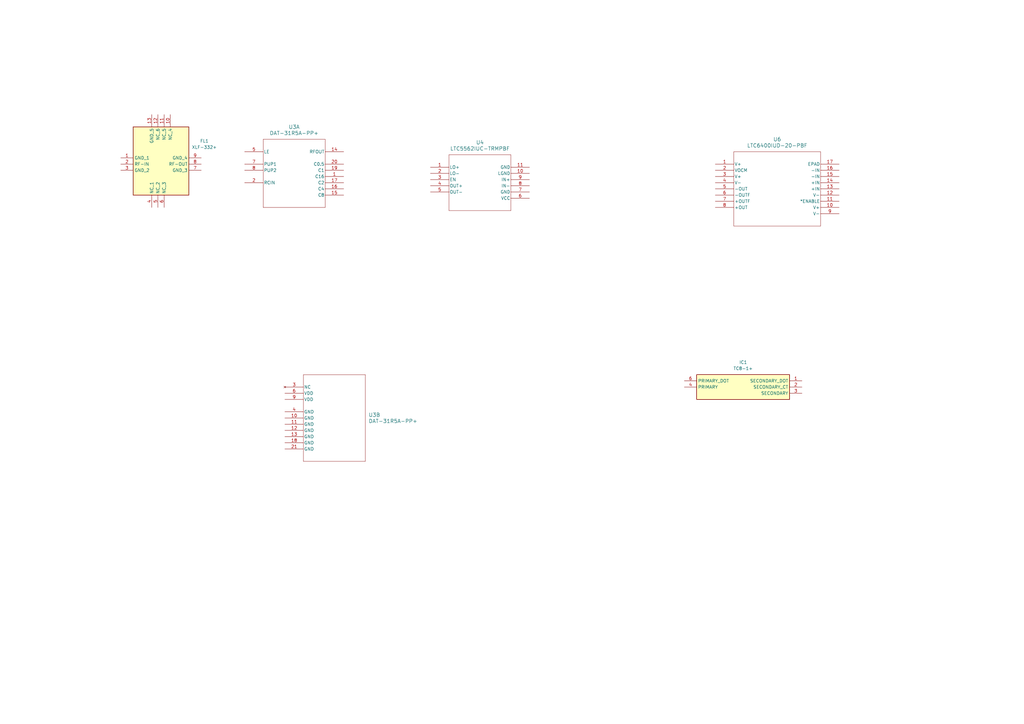
<source format=kicad_sch>
(kicad_sch (version 20230121) (generator eeschema)
  (paper "A3")
  (title_block (title "Analog Frontend") (company "Relcotek"))
  (lib_symbols
    (symbol "DAT-31R5A-PP:DAT-31R5A-PP+" (pin_names (offset 0.254))
      (property "Reference" "U" (at 20.32 10.16 0))
      (property "Value" "DAT-31R5A-PP+" (at 20.32 7.62 0))
      (symbol "DAT-31R5A-PP+_1_1"
        (polyline (pts (xy 7.62 -22.86) (xy 33.02 -22.86)) (stroke (width 0.127)))
        (polyline (pts (xy 7.62 5.08) (xy 7.62 -22.86)) (stroke (width 0.127)))
        (polyline (pts (xy 33.02 -22.86) (xy 33.02 5.08)) (stroke (width 0.127)))
        (polyline (pts (xy 33.02 5.08) (xy 7.62 5.08)) (stroke (width 0.127)))
        (pin bidirectional line (at 40.64 -10.16 180) (length 7.62) (name "C16") (number "1"))
        (pin output line (at 40.64 0 180) (length 7.62) (name "RFOUT") (number "14"))
        (pin bidirectional line (at 40.64 -17.78 180) (length 7.62) (name "C8") (number "15"))
        (pin bidirectional line (at 40.64 -15.24 180) (length 7.62) (name "C4") (number "16"))
        (pin bidirectional line (at 40.64 -12.7 180) (length 7.62) (name "C2") (number "17"))
        (pin bidirectional line (at 40.64 -7.62 180) (length 7.62) (name "C1") (number "19"))
        (pin input line (at 0 -12.7 0) (length 7.62) (name "RCIN") (number "2"))
        (pin bidirectional line (at 40.64 -5.08 180) (length 7.62) (name "C0.5") (number "20"))
        (pin input line (at 0 0 0) (length 7.62) (name "LE") (number "5"))
        (pin input line (at 0 -5.08 0) (length 7.62) (name "PUP1") (number "7"))
        (pin input line (at 0 -7.62 0) (length 7.62) (name "PUP2") (number "8"))
      )
      (symbol "DAT-31R5A-PP+_2_1"
        (polyline (pts (xy 7.62 -30.48) (xy 33.02 -30.48)) (stroke (width 0.127)))
        (polyline (pts (xy 7.62 5.08) (xy 7.62 -30.48)) (stroke (width 0.127)))
        (polyline (pts (xy 33.02 -30.48) (xy 33.02 5.08)) (stroke (width 0.127)))
        (polyline (pts (xy 33.02 5.08) (xy 7.62 5.08)) (stroke (width 0.127)))
        (pin power_out line (at 0 -12.7 0) (length 7.62) (name "GND") (number "10"))
        (pin power_out line (at 0 -15.24 0) (length 7.62) (name "GND") (number "11"))
        (pin power_out line (at 0 -17.78 0) (length 7.62) (name "GND") (number "12"))
        (pin power_out line (at 0 -20.32 0) (length 7.62) (name "GND") (number "13"))
        (pin power_out line (at 0 -22.86 0) (length 7.62) (name "GND") (number "18"))
        (pin power_out line (at 0 -25.4 0) (length 7.62) (name "GND") (number "21"))
        (pin no_connect line (at 0 0 0) (length 7.62) (name "NC") (number "3"))
        (pin power_out line (at 0 -10.16 0) (length 7.62) (name "GND") (number "4"))
        (pin power_in line (at 0 -2.54 0) (length 7.62) (name "VDD") (number "6"))
        (pin power_in line (at 0 -5.08 0) (length 7.62) (name "VDD") (number "9"))
      )
    )
    (symbol "LTC5562:LTC5562IUC-TRMPBF" (pin_names (offset 0.254))
      (property "Reference" "U" (at 20.32 10.16 0))
      (property "Value" "LTC5562IUC-TRMPBF" (at 20.32 7.62 0))
      (symbol "LTC5562IUC-TRMPBF_0_1"
        (polyline (pts (xy 7.62 -17.78) (xy 33.02 -17.78)) (stroke (width 0.127)))
        (polyline (pts (xy 7.62 5.08) (xy 7.62 -17.78)) (stroke (width 0.127)))
        (polyline (pts (xy 33.02 -17.78) (xy 33.02 5.08)) (stroke (width 0.127)))
        (polyline (pts (xy 33.02 5.08) (xy 7.62 5.08)) (stroke (width 0.127)))
        (pin input line (at 0 0 0) (length 7.62) (name "LO+") (number "1"))
        (pin power_out line (at 40.64 -2.54 180) (length 7.62) (name "LGND") (number "10"))
        (pin power_out line (at 40.64 0 180) (length 7.62) (name "GND") (number "11"))
        (pin input line (at 0 -2.54 0) (length 7.62) (name "LO-") (number "2"))
        (pin input line (at 0 -5.08 0) (length 7.62) (name "EN") (number "3"))
        (pin output line (at 0 -7.62 0) (length 7.62) (name "OUT+") (number "4"))
        (pin output line (at 0 -10.16 0) (length 7.62) (name "OUT-") (number "5"))
        (pin power_in line (at 40.64 -12.7 180) (length 7.62) (name "VCC") (number "6"))
        (pin power_out line (at 40.64 -10.16 180) (length 7.62) (name "GND") (number "7"))
        (pin input line (at 40.64 -7.62 180) (length 7.62) (name "IN-") (number "8"))
        (pin input line (at 40.64 -5.08 180) (length 7.62) (name "IN+") (number "9"))
      )
    )
    (symbol "LTC6400IUD-20:LTC6400IUD-20-PBF" (pin_names (offset 0.254))
      (property "Reference" "U" (at 25.4 10.16 0))
      (property "Value" "LTC6400IUD-20-PBF" (at 25.4 7.62 0))
      (symbol "LTC6400IUD-20-PBF_0_1"
        (polyline (pts (xy 7.62 -25.4) (xy 43.18 -25.4)) (stroke (width 0.127)))
        (polyline (pts (xy 7.62 5.08) (xy 7.62 -25.4)) (stroke (width 0.127)))
        (polyline (pts (xy 43.18 -25.4) (xy 43.18 5.08)) (stroke (width 0.127)))
        (polyline (pts (xy 43.18 5.08) (xy 7.62 5.08)) (stroke (width 0.127)))
        (pin power_in line (at 0 0 0) (length 7.62) (name "V+") (number "1"))
        (pin power_in line (at 50.8 -17.78 180) (length 7.62) (name "V+") (number "10"))
        (pin input line (at 50.8 -15.24 180) (length 7.62) (name "*ENABLE") (number "11"))
        (pin power_in line (at 50.8 -12.7 180) (length 7.62) (name "V-") (number "12"))
        (pin input line (at 50.8 -10.16 180) (length 7.62) (name "+IN") (number "13"))
        (pin input line (at 50.8 -7.62 180) (length 7.62) (name "+IN") (number "14"))
        (pin input line (at 50.8 -5.08 180) (length 7.62) (name "-IN") (number "15"))
        (pin input line (at 50.8 -2.54 180) (length 7.62) (name "-IN") (number "16"))
        (pin unspecified line (at 50.8 0 180) (length 7.62) (name "EPAD") (number "17"))
        (pin output line (at 0 -2.54 0) (length 7.62) (name "VOCM") (number "2"))
        (pin power_in line (at 0 -5.08 0) (length 7.62) (name "V+") (number "3"))
        (pin power_in line (at 0 -7.62 0) (length 7.62) (name "V-") (number "4"))
        (pin output line (at 0 -10.16 0) (length 7.62) (name "-OUT") (number "5"))
        (pin output line (at 0 -12.7 0) (length 7.62) (name "-OUTF") (number "6"))
        (pin output line (at 0 -15.24 0) (length 7.62) (name "+OUTF") (number "7"))
        (pin output line (at 0 -17.78 0) (length 7.62) (name "+OUT") (number "8"))
        (pin power_in line (at 50.8 -20.32 180) (length 7.62) (name "V-") (number "9"))
      )
    )
    (symbol "TC8-1+:TC8-1+"
      (property "Reference" "IC" (at 44.45 7.62 0))
      (property "Value" "TC8-1+" (at 44.45 5.08 0))
      (symbol "TC8-1+_1_1"
        (rectangle (start 5.08 2.54) (end 43.18 -7.62) (stroke (width 0.254)) (fill (type background)))
        (pin passive line (at 48.26 0 180) (length 5.08) (name "SECONDARY_DOT") (number "1"))
        (pin passive line (at 48.26 -2.54 180) (length 5.08) (name "SECONDARY_CT") (number "2"))
        (pin passive line (at 48.26 -5.08 180) (length 5.08) (name "SECONDARY") (number "3"))
        (pin passive line (at 0 -2.54 0) (length 5.08) (name "PRIMARY") (number "4"))
        (pin passive line (at 0 0 0) (length 5.08) (name "PRIMARY_DOT") (number "6"))
      )
    )
    (symbol "XLF-332+:XLF-332+"
      (property "Reference" "FL" (at 29.21 17.78 0))
      (property "Value" "XLF-332+" (at 29.21 15.24 0))
      (symbol "XLF-332+_1_1"
        (rectangle (start 5.08 12.7) (end 27.94 -15.24) (stroke (width 0.254)) (fill (type background)))
        (pin passive line (at 0 0 0) (length 5.08) (name "GND_1") (number "1"))
        (pin passive line (at 20.32 17.78 270) (length 5.08) (name "NC_4") (number "10"))
        (pin passive line (at 17.78 17.78 270) (length 5.08) (name "NC_5") (number "11"))
        (pin passive line (at 15.24 17.78 270) (length 5.08) (name "NC_6") (number "12"))
        (pin passive line (at 12.7 17.78 270) (length 5.08) (name "GND_5") (number "13"))
        (pin passive line (at 0 -2.54 0) (length 5.08) (name "RF-IN") (number "2"))
        (pin passive line (at 0 -5.08 0) (length 5.08) (name "GND_2") (number "3"))
        (pin passive line (at 12.7 -20.32 90) (length 5.08) (name "NC_1") (number "4"))
        (pin passive line (at 15.24 -20.32 90) (length 5.08) (name "NC_2") (number "5"))
        (pin passive line (at 17.78 -20.32 90) (length 5.08) (name "NC_3") (number "6"))
        (pin passive line (at 33.02 -5.08 180) (length 5.08) (name "GND_3") (number "7"))
        (pin passive line (at 33.02 -2.54 180) (length 5.08) (name "RF-OUT") (number "8"))
        (pin passive line (at 33.02 0 180) (length 5.08) (name "GND_4") (number "9"))
      )
    )
  )
  (symbol (lib_id "DAT-31R5A-PP:DAT-31R5A-PP+") (at 100.33 62.23 0) (unit 1)
    (property "Reference" "U3" (at 120.65 52.07 0) (effects (font (size 1.524 1.524))))
    (property "Value" "DAT-31R5A-PP+" (at 120.65 54.61 0) (effects (font (size 1.524 1.524))))
    (property "Footprint" "DG983-2_MNC" (effects hide))
    (property "Datasheet" "DAT-31R5A-PP+" (effects hide))
  )
  (symbol (lib_id "TC8-1+:TC8-1+") (at 280.67 156.21 0) (unit 1)
    (property "Reference" "IC1" (at 304.8 148.59 0))
    (property "Value" "TC8-1+" (at 304.8 151.13 0))
    (property "Footprint" "TC81" (effects hide))
    (property "Datasheet" "https://4donline.ihs.com/images/VipMasterIC/IC/MINI/MINI-S-A0008773276/MINI-S-A0008773276-1.pdf?hkey=EF798316E3902B6ED9A73243A3159BB0" (effects hide))
    (property "Height" "4.06" (effects hide))
    (property "Mouser Part Number" "139-TC8-1" (effects hide))
    (property "Mouser Price/Stock" "https://www.mouser.co.uk/ProductDetail/Mini-Circuits/TC8-1%2b?qs=xZ%2FP%252Ba9zWqZ9FI%2FACcC6Zw%3D%3D" (effects hide))
    (property "Manufacturer_Name" "Mini-Circuits" (effects hide))
    (property "Manufacturer_Part_Number" "TC8-1+" (effects hide))
  )
  (symbol (lib_id "XLF-332+:XLF-332+") (at 49.53 64.77 0) (unit 1)
    (property "Reference" "FL1" (at 83.82 57.8419 0))
    (property "Value" "XLF-332+" (at 83.82 60.3819 0))
    (property "Footprint" "QFN51P300X300X89-13N" (effects hide))
    (property "Datasheet" "https://www.minicircuits.com/pdfs/XLF-332+.pdf" (effects hide))
    (property "Height" "0.89" (effects hide))
    (property "Mouser Part Number" "139-XLF-332" (effects hide))
    (property "Mouser Price/Stock" "https://www.mouser.co.uk/ProductDetail/Mini-Circuits/XLF-332%2b?qs=xZ%2FP%252Ba9zWqbCZtwSwwI0ew%3D%3D" (effects hide))
    (property "Manufacturer_Name" "Mini-Circuits" (effects hide))
    (property "Manufacturer_Part_Number" "XLF-332+" (effects hide))
  )
  (symbol (lib_id "DAT-31R5A-PP:DAT-31R5A-PP+") (at 116.84 158.75 0) (unit 2)
    (property "Reference" "U3" (at 151.13 170.18 0) (effects (font (size 1.524 1.524)) (justify left)))
    (property "Value" "DAT-31R5A-PP+" (at 151.13 172.72 0) (effects (font (size 1.524 1.524)) (justify left)))
    (property "Footprint" "DG983-2_MNC" (effects hide))
    (property "Datasheet" "DAT-31R5A-PP+" (effects hide))
  )
  (symbol (lib_id "LTC5562:LTC5562IUC-TRMPBF") (at 176.53 68.58 0) (unit 1)
    (property "Reference" "U4" (at 196.85 58.42 0) (effects (font (size 1.524 1.524))))
    (property "Value" "LTC5562IUC-TRMPBF" (at 196.85 60.96 0) (effects (font (size 1.524 1.524))))
    (property "Footprint" "05-08-1534_ADI" (effects hide))
    (property "Datasheet" "LTC5562IUC-TRMPBF" (effects hide))
  )
  (symbol (lib_id "LTC6400IUD-20:LTC6400IUD-20-PBF") (at 293.37 67.31 0) (unit 1)
    (property "Reference" "U6" (at 318.77 57.15 0) (effects (font (size 1.524 1.524))))
    (property "Value" "LTC6400IUD-20-PBF" (at 318.77 59.69 0) (effects (font (size 1.524 1.524))))
    (property "Footprint" "QFN-16_UD_LIT" (effects hide))
    (property "Datasheet" "LTC6400IUD-20-PBF" (effects hide))
  )
)
</source>
